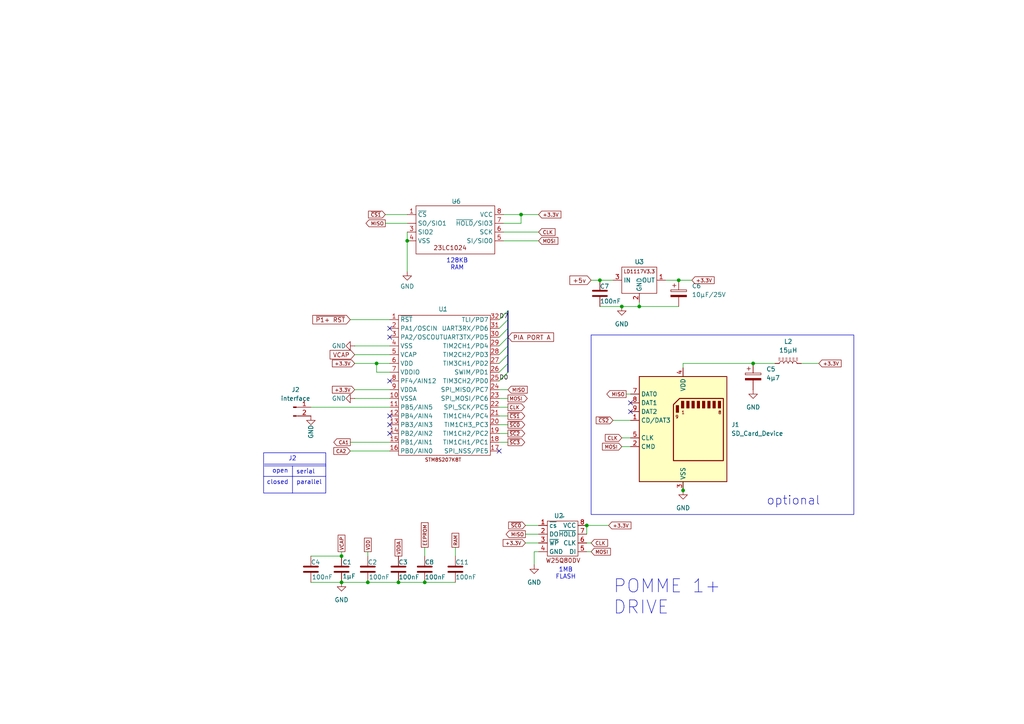
<source format=kicad_sch>
(kicad_sch (version 20231120) (generator "eeschema") (generator_version "8.0")
  (paper "A4")
  (lib_symbols
    (symbol "Connector:Conn_01x02_Pin" (pin_names (offset 1.016) hide)
      (property "Reference" "J" (at 0 2.54 0))
      (property "Value" "Conn_01x02_Pin" (at 0 -5.08 0))
      (symbol "Conn_01x02_Pin_1_1"
        (polyline (pts (xy 1.27 -2.54) (xy 0.8636 -2.54)) (stroke (width 0.1524)))
        (polyline (pts (xy 1.27 0) (xy 0.8636 0)) (stroke (width 0.1524)))
        (rectangle (start 0.8636 -2.413) (end 0 -2.667) (stroke (width 0.1524)) (fill (type outline)))
        (rectangle (start 0.8636 0.127) (end 0 -0.127) (stroke (width 0.1524)) (fill (type outline)))
        (pin passive line (at 5.08 0 180) (length 3.81) (name "Pin_1") (number "1"))
        (pin passive line (at 5.08 -2.54 180) (length 3.81) (name "Pin_2") (number "2"))
      )
    )
    (symbol "Connector:SD_Card_Device"
      (property "Reference" "J" (at -11.938 17.018 0))
      (property "Value" "SD_Card_Device" (at 9.144 -17.272 0))
      (symbol "SD_Card_Device_0_1"
        (rectangle (start -2.032 6.858) (end -1.27 4.826) (fill (type outline)))
        (rectangle (start -0.508 8.128) (end 0.254 6.096) (fill (type outline)))
        (rectangle (start 1.016 8.128) (end 1.778 6.096) (fill (type outline)))
        (rectangle (start 2.54 8.128) (end 3.302 6.096) (fill (type outline)))
        (rectangle (start 4.064 8.128) (end 4.826 6.096) (fill (type outline)))
        (rectangle (start 5.588 8.128) (end 6.35 6.096) (fill (type outline)))
        (rectangle (start 7.112 8.128) (end 7.874 6.096) (fill (type outline)))
        (rectangle (start 8.636 8.128) (end 9.398 6.096) (fill (type outline)))
        (rectangle (start 10.16 8.128) (end 10.922 6.096) (fill (type outline)))
      )
      (symbol "SD_Card_Device_1_1"
        (rectangle (start -12.7 15.24) (end 12.7 -15.24) (stroke (width 0.254)) (fill (type background)))
        (polyline (pts (xy -1.016 8.89) (xy 11.684 8.89) (xy 11.684 -9.144) (xy -2.794 -9.144) (xy -2.794 7.112) (xy -1.016 8.89)) (stroke (width 0.3)))
        (text "1" (at 0 4.826 0) (effects (font (size 0.9 0.9))))
        (text "8" (at 10.668 4.826 0) (effects (font (size 0.9 0.9))))
        (text "9" (at -1.778 3.556 0) (effects (font (size 0.9 0.9))))
        (pin bidirectional line (at -15.24 2.54 0) (length 2.54) (name "CD/DAT3") (number "1"))
        (pin bidirectional line (at -15.24 -5.08 0) (length 2.54) (name "CMD") (number "2"))
        (pin power_in line (at 0 -17.78 90) (length 2.54) (name "VSS") (number "3"))
        (pin power_in line (at 0 17.78 270) (length 2.54) (name "VDD") (number "4"))
        (pin input line (at -15.24 -2.54 0) (length 2.54) (name "CLK") (number "5"))
        (pin passive line (at 0 -17.78 90) (length 2.54) hide (name "VSS") (number "6"))
        (pin bidirectional line (at -15.24 10.16 0) (length 2.54) (name "DAT0") (number "7"))
        (pin bidirectional line (at -15.24 7.62 0) (length 2.54) (name "DAT1") (number "8"))
        (pin bidirectional line (at -15.24 5.08 0) (length 2.54) (name "DAT2") (number "9"))
      )
    )
    (symbol "Device:C" (pin_numbers hide) (pin_names (offset 0.254))
      (property "Reference" "C" (at 0.635 2.54 0))
      (property "Value" "C" (at 0.635 -2.54 0))
      (symbol "C_0_1"
        (polyline (pts (xy -2.032 -0.762) (xy 2.032 -0.762)) (stroke (width 0.508)))
        (polyline (pts (xy -2.032 0.762) (xy 2.032 0.762)) (stroke (width 0.508)))
      )
      (symbol "C_1_1"
        (pin passive line (at 0 3.81 270) (length 2.794) (name "~") (number "1"))
        (pin passive line (at 0 -3.81 90) (length 2.794) (name "~") (number "2"))
      )
    )
    (symbol "Device:C_Polarized" (pin_numbers hide) (pin_names (offset 0.254))
      (property "Reference" "C" (at 0.635 2.54 0))
      (property "Value" "C_Polarized" (at 0.635 -2.54 0))
      (symbol "C_Polarized_0_1"
        (rectangle (start -2.286 0.508) (end 2.286 1.016))
        (polyline (pts (xy -1.778 2.286) (xy -0.762 2.286)))
        (polyline (pts (xy -1.27 2.794) (xy -1.27 1.778)))
        (rectangle (start 2.286 -0.508) (end -2.286 -1.016) (fill (type outline)))
      )
      (symbol "C_Polarized_1_1"
        (pin passive line (at 0 3.81 270) (length 2.794) (name "~") (number "1"))
        (pin passive line (at 0 -3.81 90) (length 2.794) (name "~") (number "2"))
      )
    )
    (symbol "Device:L_Ferrite" (pin_numbers hide) (pin_names (offset 1.016) hide)
      (property "Reference" "L" (at -1.27 0 90))
      (property "Value" "L_Ferrite" (at 2.794 0 90))
      (symbol "L_Ferrite_0_1"
        (arc (start 0 -2.54) (mid 0.6323 -1.905) (end 0 -1.27))
        (arc (start 0 -1.27) (mid 0.6323 -0.635) (end 0 0))
        (polyline (pts (xy 1.016 -2.794) (xy 1.016 -2.286)))
        (polyline (pts (xy 1.016 -1.778) (xy 1.016 -1.27)))
        (polyline (pts (xy 1.016 -0.762) (xy 1.016 -0.254)))
        (polyline (pts (xy 1.016 0.254) (xy 1.016 0.762)))
        (polyline (pts (xy 1.016 1.27) (xy 1.016 1.778)))
        (polyline (pts (xy 1.016 2.286) (xy 1.016 2.794)))
        (polyline (pts (xy 1.524 -2.286) (xy 1.524 -2.794)))
        (polyline (pts (xy 1.524 -1.27) (xy 1.524 -1.778)))
        (polyline (pts (xy 1.524 -0.254) (xy 1.524 -0.762)))
        (polyline (pts (xy 1.524 0.762) (xy 1.524 0.254)))
        (polyline (pts (xy 1.524 1.778) (xy 1.524 1.27)))
        (polyline (pts (xy 1.524 2.794) (xy 1.524 2.286)))
        (arc (start 0 0) (mid 0.6323 0.635) (end 0 1.27))
        (arc (start 0 1.27) (mid 0.6323 1.905) (end 0 2.54))
      )
      (symbol "L_Ferrite_1_1"
        (pin passive line (at 0 3.81 270) (length 1.27) (name "1") (number "1"))
        (pin passive line (at 0 -3.81 90) (length 1.27) (name "2") (number "2"))
      )
    )
    (symbol "STM8S207K8T:STM8S207K8T"
      (property "Reference" "U" (at -3.81 25.4 0))
      (symbol "STM8S207K8T_0_1"
        (rectangle (start -12.7 20.32) (end 13.97 -20.32))
      )
      (symbol "STM8S207K8T_1_1"
        (text "STM8S207K8T" (at 0.254 -21.59 0) (effects (font (size 1.016 1.016))))
        (pin input line (at -15.24 19.05 0) (length 2.54) (name "~{RST}") (number "1"))
        (pin passive line (at -15.24 -3.81 0) (length 2.54) (name "VSSA") (number "10"))
        (pin bidirectional line (at -15.24 -6.35 0) (length 2.54) (name "PB5/AIN5") (number "11"))
        (pin bidirectional line (at -15.24 -8.89 0) (length 2.54) (name "PB4/AIN4") (number "12"))
        (pin bidirectional line (at -15.24 -11.43 0) (length 2.54) (name "PB3/AIN3") (number "13"))
        (pin bidirectional line (at -15.24 -13.97 0) (length 2.54) (name "PB2/AIN2") (number "14"))
        (pin bidirectional line (at -15.24 -16.51 0) (length 2.54) (name "PB1/AIN1") (number "15"))
        (pin bidirectional line (at -15.24 -19.05 0) (length 2.54) (name "PB0/AIN0") (number "16"))
        (pin bidirectional line (at 16.51 -19.05 180) (length 2.54) (name "SPI_NSS/PE5") (number "17"))
        (pin bidirectional line (at 16.51 -16.51 180) (length 2.54) (name "TIM1CH1/PC1") (number "18"))
        (pin bidirectional line (at 16.51 -13.97 180) (length 2.54) (name "TIM1CH2/PC2") (number "19"))
        (pin bidirectional line (at -15.24 16.51 0) (length 2.54) (name "PA1/OSCIN") (number "2"))
        (pin bidirectional line (at 16.51 -11.43 180) (length 2.54) (name "TIM1CH3_PC3") (number "20"))
        (pin bidirectional line (at 16.51 -8.89 180) (length 2.54) (name "TIM1CH4/PC4") (number "21"))
        (pin bidirectional line (at 16.51 -6.35 180) (length 2.54) (name "SPI_SCK/PC5") (number "22"))
        (pin bidirectional line (at 16.51 -3.81 180) (length 2.54) (name "SPI_MOSI/PC6") (number "23"))
        (pin bidirectional line (at 16.51 -1.27 180) (length 2.54) (name "SPI_MISO/PC7") (number "24"))
        (pin bidirectional line (at 16.51 1.27 180) (length 2.54) (name "TIM3CH2/PD0") (number "25"))
        (pin bidirectional line (at 16.51 3.81 180) (length 2.54) (name "SWIM/PD1") (number "26"))
        (pin bidirectional line (at 16.51 6.35 180) (length 2.54) (name "TIM3CH1/PD2") (number "27"))
        (pin bidirectional line (at 16.51 8.89 180) (length 2.54) (name "TIM2CH2/PD3") (number "28"))
        (pin bidirectional line (at 16.51 11.43 180) (length 2.54) (name "TIM2CH1/PD4") (number "29"))
        (pin bidirectional line (at -15.24 13.97 0) (length 2.54) (name "PA2/OSCOUT") (number "3"))
        (pin bidirectional line (at 16.51 13.97 180) (length 2.54) (name "UART3TX/PD5") (number "30"))
        (pin bidirectional line (at 16.51 16.51 180) (length 2.54) (name "UART3RX/PD6") (number "31"))
        (pin bidirectional line (at 16.51 19.05 180) (length 2.54) (name "TLI/PD7") (number "32"))
        (pin passive line (at -15.24 11.43 0) (length 2.54) (name "VSS") (number "4"))
        (pin passive line (at -15.24 8.89 0) (length 2.54) (name "VCAP") (number "5"))
        (pin power_in line (at -15.24 6.35 0) (length 2.54) (name "VDD") (number "6"))
        (pin power_in line (at -15.24 3.81 0) (length 2.54) (name "VDDIO") (number "7"))
        (pin bidirectional line (at -15.24 1.27 0) (length 2.54) (name "PF4/AIN12") (number "8"))
        (pin power_in line (at -15.24 -1.27 0) (length 2.54) (name "VDDA") (number "9"))
      )
    )
    (symbol "p1+_drive:23LC1024"
      (property "Reference" "U" (at 0 10.922 0))
      (symbol "23LC1024_0_1"
        (rectangle (start -10.16 10.16) (end 12.7 -3.81))
      )
      (symbol "23LC1024_1_1"
        (text "23LC1024" (at -0.254 -2.032 0) (effects (font (size 1.27 1.27))))
        (pin bidirectional line (at -12.7 5.08 0) (length 2.54) (name "SO/SIO1") (number ""))
        (pin input line (at -12.7 7.62 0) (length 2.54) (name "~{CS}") (number "1"))
        (pin bidirectional line (at -12.7 2.54 0) (length 2.54) (name "SIO2") (number "3"))
        (pin passive line (at -12.7 0 0) (length 2.54) (name "VSS") (number "4"))
        (pin bidirectional line (at 15.24 0 180) (length 2.54) (name "SI/SIO0") (number "5"))
        (pin input line (at 15.24 2.54 180) (length 2.54) (name "SCK") (number "6"))
        (pin input line (at 15.24 5.08 180) (length 2.54) (name "~{HOLD}/SIO3") (number "7"))
        (pin power_in line (at 15.24 7.62 180) (length 2.54) (name "VCC") (number "8"))
      )
    )
    (symbol "p1+_drive:LD1117V3.3"
      (property "Reference" "U" (at -0.254 5.08 0))
      (symbol "LD1117V3.3_0_1"
        (rectangle (start -5.08 3.81) (end 5.08 -3.81))
      )
      (symbol "LD1117V3.3_1_1"
        (text "LD1117V3.3" (at 0 2.54 0) (effects (font (size 1.016 1.016))))
        (pin output line (at 7.62 0 180) (length 2.54) (name "OUT") (number "1"))
        (pin passive line (at 0 -6.35 90) (length 2.54) (name "GND") (number "2"))
        (pin input line (at -7.62 0 0) (length 2.54) (name "IN") (number "3"))
      )
    )
    (symbol "power:GND" (power) (pin_numbers hide) (pin_names (offset 0) hide)
      (property "Value" "GND" (at 0 -3.81 0))
      (symbol "GND_0_1"
        (polyline (pts (xy 0 0) (xy 0 -1.27) (xy 1.27 -1.27) (xy 0 -2.54) (xy -1.27 -1.27) (xy 0 -1.27)))
      )
      (symbol "GND_1_1"
        (pin power_in line (at 0 0 270) (length 0) (name "~") (number "1"))
      )
    )
    (symbol "project_lib:W25Q80DV"
      (property "Reference" "U" (at -1.524 6.35 0))
      (symbol "W25Q80DV_0_1"
        (rectangle (start -5.08 5.08) (end 3.81 -5.08))
      )
      (symbol "W25Q80DV_1_1"
        (text "W25Q80DV" (at -0.508 -6.35 0) (effects (font (size 1.27 1.27))))
        (pin input line (at -7.62 3.81 0) (length 2.54) (name "~{cs}") (number "1"))
        (pin output line (at -7.62 1.27 0) (length 2.54) (name "DO") (number "2"))
        (pin input line (at -7.62 -1.27 0) (length 2.54) (name "~{WP}") (number "3"))
        (pin passive line (at -7.62 -3.81 0) (length 2.54) (name "GND") (number "4"))
        (pin input line (at 6.35 -3.81 180) (length 2.54) (name "DI") (number "5"))
        (pin input line (at 6.35 -1.27 180) (length 2.54) (name "CLK") (number "6"))
        (pin input line (at 6.35 1.27 180) (length 2.54) (name "~{HOLD}") (number "7"))
        (pin power_in line (at 6.35 3.81 180) (length 2.54) (name "VCC") (number "8"))
      )
    )
  )
  (junction (at 99.06 168.91))
  (junction (at 198.12 142.24))
  (junction (at 115.57 168.91))
  (junction (at 218.44 105.41))
  (junction (at 151.13 62.23))
  (junction (at 173.99 81.28))
  (junction (at 118.11 69.85))
  (junction (at 106.68 168.91))
  (junction (at 180.34 88.9))
  (junction (at 170.18 152.4))
  (junction (at 185.42 88.9))
  (junction (at 196.85 81.28))
  (junction (at 99.06 161.29))
  (junction (at 109.22 105.41))
  (junction (at 123.19 168.91))
  (no_connect (at 113.03 123.19))
  (no_connect (at 113.03 95.25))
  (no_connect (at 113.03 110.49))
  (no_connect (at 182.88 119.38))
  (no_connect (at 182.88 116.84))
  (no_connect (at 144.78 130.81))
  (no_connect (at 113.03 120.65))
  (no_connect (at 113.03 125.73))
  (no_connect (at 113.03 97.79))
  (bus_entry (at 144.78 92.71) (size 2.54 -2.54))
  (bus_entry (at 144.78 95.25) (size 2.54 -2.54))
  (bus_entry (at 144.78 102.87) (size 2.54 -2.54))
  (bus_entry (at 144.78 97.79) (size 2.54 -2.54))
  (bus_entry (at 144.78 105.41) (size 2.54 -2.54))
  (bus_entry (at 144.78 110.49) (size 2.54 -2.54))
  (bus_entry (at 144.78 100.33) (size 2.54 -2.54))
  (bus_entry (at 144.78 107.95) (size 2.54 -2.54))
  (wire (pts (xy 146.05 69.85) (xy 156.21 69.85)))
  (polyline (pts (xy 94.488 137.922) (xy 94.488 138.176)))
  (wire (pts (xy 90.17 168.91) (xy 99.06 168.91)))
  (wire (pts (xy 102.87 100.33) (xy 113.03 100.33)))
  (wire (pts (xy 118.11 67.31) (xy 118.11 69.85)))
  (wire (pts (xy 177.8 121.92) (xy 182.88 121.92)))
  (wire (pts (xy 144.78 120.65) (xy 147.32 120.65)))
  (polyline (pts (xy 76.708 134.62) (xy 94.488 134.62)))
  (wire (pts (xy 90.17 118.11) (xy 113.03 118.11)))
  (wire (pts (xy 170.18 157.48) (xy 171.45 157.48)))
  (bus (pts (xy 147.32 90.17) (xy 147.32 92.71)))
  (wire (pts (xy 113.03 107.95) (xy 109.22 107.95)))
  (wire (pts (xy 101.6 128.27) (xy 113.03 128.27)))
  (wire (pts (xy 132.08 158.75) (xy 132.08 161.29)))
  (wire (pts (xy 180.34 127) (xy 182.88 127)))
  (wire (pts (xy 170.18 152.4) (xy 176.53 152.4)))
  (polyline (pts (xy 76.454 138.176) (xy 94.488 138.176)))
  (wire (pts (xy 170.18 152.4) (xy 170.18 154.94)))
  (wire (pts (xy 152.4 157.48) (xy 156.21 157.48)))
  (wire (pts (xy 152.4 154.94) (xy 156.21 154.94)))
  (bus (pts (xy 147.32 102.87) (xy 147.32 105.41)))
  (wire (pts (xy 90.17 161.29) (xy 99.06 161.29)))
  (wire (pts (xy 232.41 105.41) (xy 237.49 105.41)))
  (wire (pts (xy 102.87 115.57) (xy 113.03 115.57)))
  (wire (pts (xy 146.05 64.77) (xy 151.13 64.77)))
  (wire (pts (xy 102.87 113.03) (xy 113.03 113.03)))
  (wire (pts (xy 146.05 62.23) (xy 151.13 62.23)))
  (wire (pts (xy 180.34 129.54) (xy 182.88 129.54)))
  (wire (pts (xy 198.12 106.68) (xy 198.12 105.41)))
  (wire (pts (xy 144.78 115.57) (xy 147.32 115.57)))
  (wire (pts (xy 171.45 81.28) (xy 173.99 81.28)))
  (wire (pts (xy 193.04 81.28) (xy 196.85 81.28)))
  (wire (pts (xy 173.99 88.9) (xy 180.34 88.9)))
  (bus (pts (xy 147.32 92.71) (xy 147.32 95.25)))
  (wire (pts (xy 198.12 105.41) (xy 218.44 105.41)))
  (wire (pts (xy 198.12 142.24) (xy 198.12 139.7)))
  (wire (pts (xy 101.6 92.71) (xy 113.03 92.71)))
  (wire (pts (xy 111.76 64.77) (xy 118.11 64.77)))
  (wire (pts (xy 123.19 158.75) (xy 123.19 161.29)))
  (wire (pts (xy 99.06 168.91) (xy 106.68 168.91)))
  (bus (pts (xy 147.32 100.33) (xy 147.32 102.87)))
  (wire (pts (xy 144.78 123.19) (xy 147.32 123.19)))
  (wire (pts (xy 144.78 125.73) (xy 147.32 125.73)))
  (wire (pts (xy 154.94 160.02) (xy 154.94 163.83)))
  (bus (pts (xy 147.32 97.79) (xy 147.32 100.33)))
  (wire (pts (xy 185.42 88.9) (xy 196.85 88.9)))
  (wire (pts (xy 102.87 105.41) (xy 109.22 105.41)))
  (bus (pts (xy 147.32 95.25) (xy 147.32 97.79)))
  (wire (pts (xy 156.21 160.02) (xy 154.94 160.02)))
  (wire (pts (xy 102.87 102.87) (xy 113.03 102.87)))
  (wire (pts (xy 151.13 62.23) (xy 156.21 62.23)))
  (polyline (pts (xy 76.708 135.128) (xy 94.488 135.128)))
  (wire (pts (xy 144.78 118.11) (xy 147.32 118.11)))
  (polyline (pts (xy 94.488 134.62) (xy 94.488 135.382)))
  (wire (pts (xy 111.76 62.23) (xy 118.11 62.23)))
  (bus (pts (xy 147.32 105.41) (xy 147.32 107.95)))
  (wire (pts (xy 173.99 81.28) (xy 177.8 81.28)))
  (wire (pts (xy 123.19 168.91) (xy 132.08 168.91)))
  (wire (pts (xy 115.57 168.91) (xy 123.19 168.91)))
  (wire (pts (xy 151.13 64.77) (xy 151.13 62.23)))
  (polyline (pts (xy 84.836 135.128) (xy 84.836 143.002)))
  (wire (pts (xy 99.06 160.02) (xy 99.06 161.29)))
  (wire (pts (xy 118.11 69.85) (xy 118.11 78.74)))
  (wire (pts (xy 146.05 67.31) (xy 156.21 67.31)))
  (wire (pts (xy 109.22 107.95) (xy 109.22 105.41)))
  (wire (pts (xy 106.68 160.02) (xy 106.68 161.29)))
  (wire (pts (xy 180.34 88.9) (xy 185.42 88.9)))
  (wire (pts (xy 218.44 105.41) (xy 224.79 105.41)))
  (wire (pts (xy 144.78 113.03) (xy 147.32 113.03)))
  (wire (pts (xy 106.68 168.91) (xy 115.57 168.91)))
  (wire (pts (xy 182.88 114.3) (xy 181.61 114.3)))
  (wire (pts (xy 152.4 152.4) (xy 156.21 152.4)))
  (wire (pts (xy 170.18 160.02) (xy 171.45 160.02)))
  (wire (pts (xy 144.78 128.27) (xy 147.32 128.27)))
  (wire (pts (xy 101.6 130.81) (xy 113.03 130.81)))
  (wire (pts (xy 109.22 105.41) (xy 113.03 105.41)))
  (wire (pts (xy 196.85 81.28) (xy 200.66 81.28)))
  (wire (pts (xy 185.42 87.63) (xy 185.42 88.9)))
  (rectangle (start 76.454 131.318) (end 94.488 143.002))
  (rectangle (start 171.45 97.155) (end 247.65 149.225))
  (text "parallel" (at 89.662 139.954 0) (effects (font (size 1.27 1.27))))
  (text "POMME 1+\nDRIVE\n" (at 177.8 173.228 0) (effects (font (size 3.81 3.81)) (justify left)))
  (text "open" (at 81.28 136.652 0) (effects (font (size 1.27 1.27))))
  (text "optional" (at 230.124 145.288 0) (effects (font (size 2.54 2.54))))
  (text "1MB\nFLASH" (at 164.084 166.37 0) (effects (font (size 1.27 1.27))))
  (text "128KB\nRAM" (at 132.588 76.708 0) (effects (font (size 1.27 1.27))))
  (text "serial" (at 88.646 136.906 0) (effects (font (size 1.27 1.27))))
  (text "J2" (at 84.836 133.096 0) (effects (font (size 1.27 1.27))))
  (text "closed" (at 80.518 139.954 0) (effects (font (size 1.27 1.27))))
  (label "D7" (at 144.78 92.71 0))
  (label "D0" (at 144.78 110.49 0))
  (global_label "CLK" (shape output) (at 147.32 118.11 0) (effects (font (size 1.016 1.016))) (property "Intersheetrefs" "${INTERSHEET_REFS}" (effects (hide yes))))
  (global_label "VCAP" (shape passive) (at 99.06 160.02 90) (effects (font (size 1.016 1.016))) (property "Intersheetrefs" "${INTERSHEET_REFS}" (effects (hide yes))))
  (global_label "CA1" (shape output) (at 101.6 128.27 180) (effects (font (size 1.016 1.016))) (property "Intersheetrefs" "${INTERSHEET_REFS}" (effects (hide yes))))
  (global_label "~{SC0}" (shape output) (at 147.32 123.19 0) (effects (font (size 1.016 1.016))) (property "Intersheetrefs" "${INTERSHEET_REFS}" (effects (hide yes))))
  (global_label "~{SC2}" (shape output) (at 147.32 125.73 0) (effects (font (size 1.016 1.016))) (property "Intersheetrefs" "${INTERSHEET_REFS}" (effects (hide yes))))
  (global_label "VDDA" (shape passive) (at 115.57 161.29 90) (effects (font (size 1.016 1.016))) (property "Intersheetrefs" "${INTERSHEET_REFS}" (effects (hide yes))))
  (global_label "~{CS1}" (shape input) (at 111.76 62.23 180) (effects (font (size 1.016 1.016))) (property "Intersheetrefs" "${INTERSHEET_REFS}" (effects (hide yes))))
  (global_label "VDD" (shape passive) (at 106.68 160.02 90) (effects (font (size 1.016 1.016))) (property "Intersheetrefs" "${INTERSHEET_REFS}" (effects (hide yes))))
  (global_label "+3.3V" (shape input) (at 152.4 157.48 180) (effects (font (size 1.016 1.016))) (property "Intersheetrefs" "${INTERSHEET_REFS}" (effects (hide yes))))
  (global_label "MISO" (shape output) (at 181.61 114.3 180) (effects (font (size 1.016 1.016))) (property "Intersheetrefs" "${INTERSHEET_REFS}" (effects (hide yes))))
  (global_label "~{P1+ RST}" (shape input) (at 101.6 92.71 180) (property "Intersheetrefs" "${INTERSHEET_REFS}" (effects (hide yes))))
  (global_label "RAM" (shape passive) (at 132.08 158.75 90) (effects (font (size 1.016 1.016))) (property "Intersheetrefs" "${INTERSHEET_REFS}" (effects (hide yes))))
  (global_label "+5v" (shape input) (at 171.45 81.28 180) (property "Intersheetrefs" "${INTERSHEET_REFS}" (effects (hide yes))))
  (global_label "PIA PORT A" (shape input) (at 147.32 97.79 0) (property "Intersheetrefs" "${INTERSHEET_REFS}" (effects (hide yes))))
  (global_label "+3.3V" (shape input) (at 237.49 105.41 0) (effects (font (size 1.016 1.016))) (property "Intersheetrefs" "${INTERSHEET_REFS}" (effects (hide yes))))
  (global_label "+3.3V" (shape input) (at 102.87 105.41 180) (effects (font (size 1.016 1.016))) (property "Intersheetrefs" "${INTERSHEET_REFS}" (effects (hide yes))))
  (global_label "VCAP" (shape input) (at 102.87 102.87 180) (property "Intersheetrefs" "${INTERSHEET_REFS}" (effects (hide yes))))
  (global_label "~{CS1}" (shape output) (at 147.32 120.65 0) (effects (font (size 1.016 1.016))) (property "Intersheetrefs" "${INTERSHEET_REFS}" (effects (hide yes))))
  (global_label "+3.3V" (shape input) (at 176.53 152.4 0) (effects (font (size 1.016 1.016))) (property "Intersheetrefs" "${INTERSHEET_REFS}" (effects (hide yes))))
  (global_label "EEPROM" (shape passive) (at 123.19 158.75 90) (effects (font (size 1.016 1.016))) (property "Intersheetrefs" "${INTERSHEET_REFS}" (effects (hide yes))))
  (global_label "+3.3V" (shape input) (at 200.66 81.28 0) (effects (font (size 1.016 1.016))) (property "Intersheetrefs" "${INTERSHEET_REFS}" (effects (hide yes))))
  (global_label "~{SC0}" (shape input) (at 152.4 152.4 180) (effects (font (size 1.016 1.016))) (property "Intersheetrefs" "${INTERSHEET_REFS}" (effects (hide yes))))
  (global_label "MOSI" (shape input) (at 156.21 69.85 0) (effects (font (size 1.016 1.016))) (property "Intersheetrefs" "${INTERSHEET_REFS}" (effects (hide yes))))
  (global_label "~{SC3}" (shape output) (at 147.32 128.27 0) (effects (font (size 1.016 1.016))) (property "Intersheetrefs" "${INTERSHEET_REFS}" (effects (hide yes))))
  (global_label "CLK" (shape input) (at 171.45 157.48 0) (effects (font (size 1.016 1.016))) (property "Intersheetrefs" "${INTERSHEET_REFS}" (effects (hide yes))))
  (global_label "MOSI" (shape input) (at 171.45 160.02 0) (effects (font (size 1.016 1.016))) (property "Intersheetrefs" "${INTERSHEET_REFS}" (effects (hide yes))))
  (global_label "CLK" (shape input) (at 180.34 127 180) (effects (font (size 1.016 1.016))) (property "Intersheetrefs" "${INTERSHEET_REFS}" (effects (hide yes))))
  (global_label "~{CS2}" (shape input) (at 177.8 121.92 180) (effects (font (size 1.016 1.016))) (property "Intersheetrefs" "${INTERSHEET_REFS}" (effects (hide yes))))
  (global_label "CLK" (shape input) (at 156.21 67.31 0) (effects (font (size 1.016 1.016))) (property "Intersheetrefs" "${INTERSHEET_REFS}" (effects (hide yes))))
  (global_label "MISO" (shape output) (at 152.4 154.94 180) (effects (font (size 1.016 1.016))) (property "Intersheetrefs" "${INTERSHEET_REFS}" (effects (hide yes))))
  (global_label "MOSI" (shape input) (at 180.34 129.54 180) (effects (font (size 1.016 1.016))) (property "Intersheetrefs" "${INTERSHEET_REFS}" (effects (hide yes))))
  (global_label "MOSI" (shape output) (at 147.32 115.57 0) (effects (font (size 1.016 1.016))) (property "Intersheetrefs" "${INTERSHEET_REFS}" (effects (hide yes))))
  (global_label "CA2" (shape input) (at 101.6 130.81 180) (effects (font (size 1.016 1.016))) (property "Intersheetrefs" "${INTERSHEET_REFS}" (effects (hide yes))))
  (global_label "+3.3V" (shape input) (at 102.87 113.03 180) (effects (font (size 1.016 1.016))) (property "Intersheetrefs" "${INTERSHEET_REFS}" (effects (hide yes))))
  (global_label "MISO" (shape output) (at 111.76 64.77 180) (effects (font (size 1.016 1.016))) (property "Intersheetrefs" "${INTERSHEET_REFS}" (effects (hide yes))))
  (global_label "MISO" (shape input) (at 147.32 113.03 0) (effects (font (size 1.016 1.016))) (property "Intersheetrefs" "${INTERSHEET_REFS}" (effects (hide yes))))
  (global_label "+3.3V" (shape input) (at 156.21 62.23 0) (effects (font (size 1.016 1.016))) (property "Intersheetrefs" "${INTERSHEET_REFS}" (effects (hide yes))))
  (symbol (lib_id "power:GND") (at 99.06 168.91 0) (unit 1)
    (property "Reference" "#PWR03" (effects (hide yes)))
    (property "Value" "GND" (at 99.06 173.99 0))
    (property "Description" "Power symbol creates a global label with name \"GND\" , ground" (effects (hide yes)))
  )
  (symbol (lib_id "Device:C") (at 115.57 165.1 0) (unit 1)
    (property "Reference" "C3" (at 115.57 163.068 0) (effects (justify left)))
    (property "Value" "100nF" (at 115.57 167.386 0) (effects (justify left)))
    (property "Description" "Unpolarized capacitor" (effects (hide yes)))
  )
  (symbol (lib_id "power:GND") (at 218.44 113.03 0) (unit 1)
    (property "Reference" "#PWR05" (effects (hide yes)))
    (property "Value" "GND" (at 218.44 118.11 0))
    (property "Description" "Power symbol creates a global label with name \"GND\" , ground" (effects (hide yes)))
  )
  (symbol (lib_id "power:GND") (at 90.17 120.65 0) (unit 1)
    (property "Reference" "#PWR08" (effects (hide yes)))
    (property "Value" "GND" (at 90.17 123.19 90) (effects (justify right)))
    (property "Description" "Power symbol creates a global label with name \"GND\" , ground" (effects (hide yes)))
  )
  (symbol (lib_id "p1+_drive:LD1117V3.3") (at 185.42 81.28 0) (unit 1)
    (property "Reference" "U3" (at 185.42 75.946 0))
    (property "Value" "~" (at 185.42 76.2 0))
  )
  (symbol (lib_id "Device:C") (at 90.17 165.1 0) (unit 1)
    (property "Reference" "C4" (at 90.17 163.068 0) (effects (justify left)))
    (property "Value" "100nF" (at 90.424 167.386 0) (effects (justify left)))
    (property "Description" "Unpolarized capacitor" (effects (hide yes)))
  )
  (symbol (lib_id "power:GND") (at 154.94 163.83 0) (unit 1)
    (property "Reference" "#PWR07" (effects (hide yes)))
    (property "Value" "GND" (at 154.94 168.91 0))
    (property "Description" "Power symbol creates a global label with name \"GND\" , ground" (effects (hide yes)))
  )
  (symbol (lib_id "Device:C_Polarized") (at 196.85 85.09 0) (unit 1)
    (property "Reference" "C6" (at 200.66 82.9309 0) (effects (justify left)))
    (property "Value" "10µF/25V" (at 200.66 85.4709 0) (effects (justify left)))
    (property "Description" "Polarized capacitor" (effects (hide yes)))
  )
  (symbol (lib_id "Device:C_Polarized") (at 218.44 109.22 0) (unit 1)
    (property "Reference" "C5" (at 222.25 107.0609 0) (effects (justify left)))
    (property "Value" "4µ7" (at 222.25 109.6009 0) (effects (justify left)))
    (property "Description" "Polarized capacitor" (effects (hide yes)))
  )
  (symbol (lib_id "Device:C") (at 173.99 85.09 0) (unit 1)
    (property "Reference" "C7" (at 173.99 83.058 0) (effects (justify left)))
    (property "Value" "100nF" (at 173.99 87.376 0) (effects (justify left)))
    (property "Description" "Unpolarized capacitor" (effects (hide yes)))
  )
  (symbol (lib_id "power:GND") (at 118.11 78.74 0) (unit 1)
    (property "Reference" "#PWR011" (effects (hide yes)))
    (property "Value" "GND" (at 118.11 83.058 0))
    (property "Description" "Power symbol creates a global label with name \"GND\" , ground" (effects (hide yes)))
  )
  (symbol (lib_id "Connector:SD_Card_Device") (at 198.12 124.46 0) (unit 1)
    (property "Reference" "J1" (at 212.09 123.1899 0) (effects (justify left)))
    (property "Value" "SD_Card_Device" (at 212.09 125.7299 0) (effects (justify left)))
    (property "Datasheet" "http://www.convict.lu/pdf/ProdManualSDCardv1.9.pdf" (effects (hide yes)))
    (property "Description" "SD card device/card" (effects (hide yes)))
  )
  (symbol (lib_id "project_lib:W25Q80DV") (at 163.83 156.21 0) (unit 1)
    (property "Reference" "U2" (at 162.052 149.606 0))
    (property "Value" "~" (at 163.322 149.86 0))
  )
  (symbol (lib_id "Connector:Conn_01x02_Pin") (at 85.09 118.11 0) (unit 1)
    (property "Reference" "J2" (at 85.725 113.03 0))
    (property "Value" "interface" (at 85.725 115.57 0))
    (property "Description" "Generic connector, single row, 01x02, script generated" (effects (hide yes)))
  )
  (symbol (lib_id "STM8S207K8T:STM8S207K8T") (at 128.27 111.76 0) (unit 1)
    (property "Reference" "U1" (at 128.524 89.662 0))
    (property "Value" "~" (at 128.905 90.17 0))
  )
  (symbol (lib_id "Device:C") (at 132.08 165.1 0) (unit 1)
    (property "Reference" "C11" (at 132.08 163.068 0) (effects (justify left)))
    (property "Value" "100nF" (at 132.08 167.386 0) (effects (justify left)))
    (property "Description" "Unpolarized capacitor" (effects (hide yes)))
  )
  (symbol (lib_id "Device:C") (at 123.19 165.1 0) (unit 1)
    (property "Reference" "C8" (at 123.19 163.068 0) (effects (justify left)))
    (property "Value" "100nF" (at 123.19 167.386 0) (effects (justify left)))
    (property "Description" "Unpolarized capacitor" (effects (hide yes)))
  )
  (symbol (lib_id "power:GND") (at 180.34 88.9 0) (unit 1)
    (property "Reference" "#PWR06" (effects (hide yes)))
    (property "Value" "GND" (at 180.34 93.98 0))
    (property "Description" "Power symbol creates a global label with name \"GND\" , ground" (effects (hide yes)))
  )
  (symbol (lib_id "Device:C") (at 99.06 165.1 0) (unit 1)
    (property "Reference" "C1" (at 99.314 163.068 0) (effects (justify left)))
    (property "Value" "1µF" (at 99.314 167.132 0) (effects (justify left)))
    (property "Description" "Unpolarized capacitor" (effects (hide yes)))
  )
  (symbol (lib_id "Device:L_Ferrite") (at 228.6 105.41 90) (unit 1)
    (property "Reference" "L2" (at 228.6 99.06 90))
    (property "Value" "15µH" (at 228.6 101.6 90))
    (property "Description" "Inductor with ferrite core" (effects (hide yes)))
  )
  (symbol (lib_id "p1+_drive:23LC1024") (at 130.81 69.85 0) (unit 1)
    (property "Reference" "U6" (at 132.334 58.42 0))
    (property "Value" "~" (at 132.08 58.42 0))
  )
  (symbol (lib_id "power:GND") (at 198.12 142.24 0) (unit 1)
    (property "Reference" "#PWR04" (effects (hide yes)))
    (property "Value" "GND" (at 198.12 147.32 0))
    (property "Description" "Power symbol creates a global label with name \"GND\" , ground" (effects (hide yes)))
  )
  (symbol (lib_id "power:GND") (at 102.87 115.57 270) (unit 1)
    (property "Reference" "#PWR02" (effects (hide yes)))
    (property "Value" "GND" (at 100.33 115.57 90) (effects (justify right)))
    (property "Description" "Power symbol creates a global label with name \"GND\" , ground" (effects (hide yes)))
  )
  (symbol (lib_id "Device:C") (at 106.68 165.1 0) (unit 1)
    (property "Reference" "C2" (at 106.68 163.068 0) (effects (justify left)))
    (property "Value" "100nF" (at 106.934 167.386 0) (effects (justify left)))
    (property "Description" "Unpolarized capacitor" (effects (hide yes)))
  )
  (symbol (lib_id "power:GND") (at 102.87 100.33 270) (unit 1)
    (property "Reference" "#PWR01" (effects (hide yes)))
    (property "Value" "GND" (at 100.33 100.33 90) (effects (justify right)))
    (property "Description" "Power symbol creates a global label with name \"GND\" , ground" (effects (hide yes)))
  )
)
</source>
